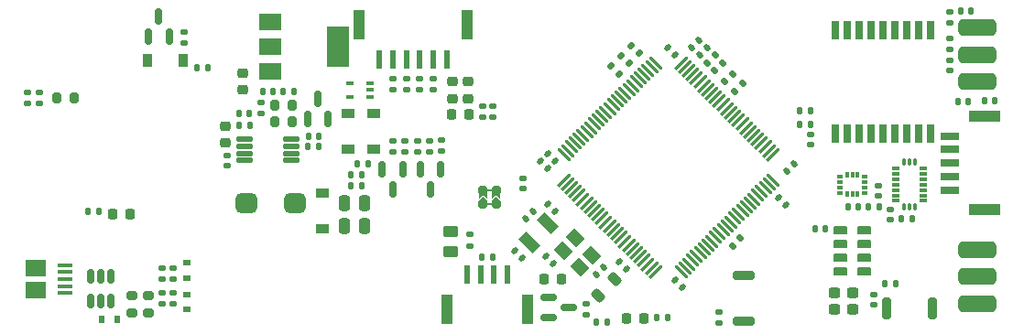
<source format=gbr>
%TF.GenerationSoftware,KiCad,Pcbnew,7.0.7*%
%TF.CreationDate,2023-10-17T20:24:19+11:00*%
%TF.ProjectId,Strelka_Flight_Computer,53747265-6c6b-4615-9f46-6c696768745f,2*%
%TF.SameCoordinates,Original*%
%TF.FileFunction,Paste,Top*%
%TF.FilePolarity,Positive*%
%FSLAX46Y46*%
G04 Gerber Fmt 4.6, Leading zero omitted, Abs format (unit mm)*
G04 Created by KiCad (PCBNEW 7.0.7) date 2023-10-17 20:24:19*
%MOMM*%
%LPD*%
G01*
G04 APERTURE LIST*
G04 Aperture macros list*
%AMRoundRect*
0 Rectangle with rounded corners*
0 $1 Rounding radius*
0 $2 $3 $4 $5 $6 $7 $8 $9 X,Y pos of 4 corners*
0 Add a 4 corners polygon primitive as box body*
4,1,4,$2,$3,$4,$5,$6,$7,$8,$9,$2,$3,0*
0 Add four circle primitives for the rounded corners*
1,1,$1+$1,$2,$3*
1,1,$1+$1,$4,$5*
1,1,$1+$1,$6,$7*
1,1,$1+$1,$8,$9*
0 Add four rect primitives between the rounded corners*
20,1,$1+$1,$2,$3,$4,$5,0*
20,1,$1+$1,$4,$5,$6,$7,0*
20,1,$1+$1,$6,$7,$8,$9,0*
20,1,$1+$1,$8,$9,$2,$3,0*%
%AMRotRect*
0 Rectangle, with rotation*
0 The origin of the aperture is its center*
0 $1 length*
0 $2 width*
0 $3 Rotation angle, in degrees counterclockwise*
0 Add horizontal line*
21,1,$1,$2,0,0,$3*%
G04 Aperture macros list end*
%ADD10C,0.152400*%
%ADD11RoundRect,0.005000X-0.332500X-0.120000X0.332500X-0.120000X0.332500X0.120000X-0.332500X0.120000X0*%
%ADD12RoundRect,0.005000X0.120000X-0.270000X0.120000X0.270000X-0.120000X0.270000X-0.120000X-0.270000X0*%
%ADD13RoundRect,0.135000X-0.226274X-0.035355X-0.035355X-0.226274X0.226274X0.035355X0.035355X0.226274X0*%
%ADD14R,0.700000X1.800000*%
%ADD15R,0.800000X1.800000*%
%ADD16R,1.092200X0.609600*%
%ADD17RoundRect,0.135000X-0.185000X0.135000X-0.185000X-0.135000X0.185000X-0.135000X0.185000X0.135000X0*%
%ADD18RoundRect,0.135000X-0.135000X-0.185000X0.135000X-0.185000X0.135000X0.185000X-0.135000X0.185000X0*%
%ADD19RoundRect,0.135000X0.185000X-0.135000X0.185000X0.135000X-0.185000X0.135000X-0.185000X-0.135000X0*%
%ADD20R,0.600000X1.700000*%
%ADD21R,1.000000X2.700000*%
%ADD22RoundRect,0.200000X0.200000X0.800000X-0.200000X0.800000X-0.200000X-0.800000X0.200000X-0.800000X0*%
%ADD23R,1.200000X0.900000*%
%ADD24RoundRect,0.140000X-0.170000X0.140000X-0.170000X-0.140000X0.170000X-0.140000X0.170000X0.140000X0*%
%ADD25RoundRect,0.200000X-0.200000X-0.275000X0.200000X-0.275000X0.200000X0.275000X-0.200000X0.275000X0*%
%ADD26RotRect,1.400000X1.150000X315.000000*%
%ADD27RoundRect,0.225000X0.250000X-0.225000X0.250000X0.225000X-0.250000X0.225000X-0.250000X-0.225000X0*%
%ADD28RoundRect,0.140000X0.021213X-0.219203X0.219203X-0.021213X-0.021213X0.219203X-0.219203X0.021213X0*%
%ADD29RoundRect,0.135000X-0.035355X0.226274X-0.226274X0.035355X0.035355X-0.226274X0.226274X-0.035355X0*%
%ADD30RoundRect,0.200000X-0.275000X0.200000X-0.275000X-0.200000X0.275000X-0.200000X0.275000X0.200000X0*%
%ADD31RoundRect,0.237500X0.300000X0.237500X-0.300000X0.237500X-0.300000X-0.237500X0.300000X-0.237500X0*%
%ADD32RoundRect,0.250000X-0.250000X-0.475000X0.250000X-0.475000X0.250000X0.475000X-0.250000X0.475000X0*%
%ADD33RoundRect,0.140000X0.219203X0.021213X0.021213X0.219203X-0.219203X-0.021213X-0.021213X-0.219203X0*%
%ADD34RoundRect,0.250000X-0.450000X0.262500X-0.450000X-0.262500X0.450000X-0.262500X0.450000X0.262500X0*%
%ADD35RoundRect,0.147500X0.172500X-0.147500X0.172500X0.147500X-0.172500X0.147500X-0.172500X-0.147500X0*%
%ADD36RoundRect,0.200000X0.200000X0.275000X-0.200000X0.275000X-0.200000X-0.275000X0.200000X-0.275000X0*%
%ADD37RoundRect,0.135000X0.135000X0.185000X-0.135000X0.185000X-0.135000X-0.185000X0.135000X-0.185000X0*%
%ADD38RoundRect,0.140000X-0.140000X-0.170000X0.140000X-0.170000X0.140000X0.170000X-0.140000X0.170000X0*%
%ADD39RoundRect,0.218750X0.218750X0.256250X-0.218750X0.256250X-0.218750X-0.256250X0.218750X-0.256250X0*%
%ADD40RoundRect,0.150000X-0.150000X0.587500X-0.150000X-0.587500X0.150000X-0.587500X0.150000X0.587500X0*%
%ADD41RoundRect,0.140000X0.140000X0.170000X-0.140000X0.170000X-0.140000X-0.170000X0.140000X-0.170000X0*%
%ADD42RoundRect,0.135000X0.035355X-0.226274X0.226274X-0.035355X-0.035355X0.226274X-0.226274X0.035355X0*%
%ADD43RoundRect,0.140000X-0.021213X0.219203X-0.219203X0.021213X0.021213X-0.219203X0.219203X-0.021213X0*%
%ADD44RoundRect,0.218750X0.114905X-0.424264X0.424264X-0.114905X-0.114905X0.424264X-0.424264X0.114905X0*%
%ADD45RoundRect,0.150000X-0.587500X-0.150000X0.587500X-0.150000X0.587500X0.150000X-0.587500X0.150000X0*%
%ADD46RoundRect,0.140000X0.170000X-0.140000X0.170000X0.140000X-0.170000X0.140000X-0.170000X-0.140000X0*%
%ADD47R,0.650000X0.400000*%
%ADD48R,1.803400X0.660400*%
%ADD49R,2.879999X1.092200*%
%ADD50R,0.533400X0.304800*%
%ADD51R,0.304800X0.533400*%
%ADD52RoundRect,0.218750X0.256250X-0.218750X0.256250X0.218750X-0.256250X0.218750X-0.256250X-0.218750X0*%
%ADD53RoundRect,0.225000X0.225000X0.250000X-0.225000X0.250000X-0.225000X-0.250000X0.225000X-0.250000X0*%
%ADD54R,0.900000X1.200000*%
%ADD55RoundRect,0.218750X-0.218750X-0.256250X0.218750X-0.256250X0.218750X0.256250X-0.218750X0.256250X0*%
%ADD56R,2.000000X1.500000*%
%ADD57R,2.000000X3.800000*%
%ADD58RoundRect,0.028800X-0.706200X-0.211200X0.706200X-0.211200X0.706200X0.211200X-0.706200X0.211200X0*%
%ADD59RoundRect,0.050000X-0.350000X-0.050000X0.350000X-0.050000X0.350000X0.050000X-0.350000X0.050000X0*%
%ADD60RoundRect,0.200000X-0.200000X-0.200000X0.200000X-0.200000X0.200000X0.200000X-0.200000X0.200000X0*%
%ADD61R,0.700000X0.600000*%
%ADD62R,1.350000X0.400000*%
%ADD63R,1.900000X1.500000*%
%ADD64RoundRect,0.075000X-0.459619X-0.565685X0.565685X0.459619X0.459619X0.565685X-0.565685X-0.459619X0*%
%ADD65RoundRect,0.075000X0.459619X-0.565685X0.565685X-0.459619X-0.459619X0.565685X-0.565685X0.459619X0*%
%ADD66RoundRect,0.140000X-0.219203X-0.021213X-0.021213X-0.219203X0.219203X0.021213X0.021213X0.219203X0*%
%ADD67RoundRect,0.200000X0.800000X-0.200000X0.800000X0.200000X-0.800000X0.200000X-0.800000X-0.200000X0*%
%ADD68RoundRect,0.150000X0.150000X-0.587500X0.150000X0.587500X-0.150000X0.587500X-0.150000X-0.587500X0*%
%ADD69R,0.600000X0.700000*%
%ADD70RoundRect,0.150000X0.150000X-0.512500X0.150000X0.512500X-0.150000X0.512500X-0.150000X-0.512500X0*%
%ADD71RotRect,1.000000X1.800000X45.000000*%
%ADD72RoundRect,0.218750X-0.256250X0.218750X-0.256250X-0.218750X0.256250X-0.218750X0.256250X0.218750X0*%
%ADD73RoundRect,0.200000X0.275000X-0.200000X0.275000X0.200000X-0.275000X0.200000X-0.275000X-0.200000X0*%
%ADD74RoundRect,0.450000X-0.550000X-0.450000X0.550000X-0.450000X0.550000X0.450000X-0.550000X0.450000X0*%
%ADD75RoundRect,0.381000X1.369000X0.381000X-1.369000X0.381000X-1.369000X-0.381000X1.369000X-0.381000X0*%
G04 APERTURE END LIST*
D10*
%TO.C,U12*%
X173853900Y-68945200D02*
X173853900Y-69554800D01*
X173853900Y-69554800D02*
X174946100Y-69554800D01*
X173853900Y-70195200D02*
X173853900Y-70804800D01*
X173853900Y-70804800D02*
X174946100Y-70804800D01*
X173853900Y-71445200D02*
X173853900Y-72054800D01*
X173853900Y-72054800D02*
X174946100Y-72054800D01*
X173853900Y-72695200D02*
X173853900Y-73304800D01*
X173853900Y-73304800D02*
X174946100Y-73304800D01*
X174946100Y-68945200D02*
X173853900Y-68945200D01*
X174946100Y-69554800D02*
X174946100Y-68945200D01*
X174946100Y-70195200D02*
X173853900Y-70195200D01*
X174946100Y-70804800D02*
X174946100Y-70195200D01*
X174946100Y-71445200D02*
X173853900Y-71445200D01*
X174946100Y-72054800D02*
X174946100Y-71445200D01*
X174946100Y-72695200D02*
X173853900Y-72695200D01*
X174946100Y-73304800D02*
X174946100Y-72695200D01*
X176053900Y-68945200D02*
X176053900Y-69554800D01*
X176053900Y-69554800D02*
X177146100Y-69554800D01*
X176053900Y-70195200D02*
X176053900Y-70804800D01*
X176053900Y-70804800D02*
X177146100Y-70804800D01*
X176053900Y-71445200D02*
X176053900Y-72054800D01*
X176053900Y-72054800D02*
X177146100Y-72054800D01*
X176053900Y-72695200D02*
X176053900Y-73304800D01*
X176053900Y-73304800D02*
X177146100Y-73304800D01*
X177146100Y-68945200D02*
X176053900Y-68945200D01*
X177146100Y-69554800D02*
X177146100Y-68945200D01*
X177146100Y-70195200D02*
X176053900Y-70195200D01*
X177146100Y-70804800D02*
X177146100Y-70195200D01*
X177146100Y-71445200D02*
X176053900Y-71445200D01*
X177146100Y-72054800D02*
X177146100Y-71445200D01*
X177146100Y-72695200D02*
X176053900Y-72695200D01*
X177146100Y-73304800D02*
X177146100Y-72695200D01*
%TO.C,JP4*%
G36*
X141775000Y-66285000D02*
G01*
X141365000Y-65975000D01*
X140975000Y-66285000D01*
X140975000Y-65745000D01*
X141775000Y-65745000D01*
X141775000Y-66285000D01*
G37*
G36*
X141775000Y-66445000D02*
G01*
X141776438Y-66645356D01*
X140976438Y-66645356D01*
X140975000Y-66445000D01*
X141365000Y-66135000D01*
X141775000Y-66445000D01*
G37*
G36*
X142975000Y-66285000D02*
G01*
X142565000Y-65975000D01*
X142175000Y-66285000D01*
X142175000Y-65745000D01*
X142975000Y-65745000D01*
X142975000Y-66285000D01*
G37*
G36*
X142975000Y-66445000D02*
G01*
X142975000Y-66635000D01*
X142175000Y-66635000D01*
X142175000Y-66445000D01*
X142562095Y-66131668D01*
X142975000Y-66445000D01*
G37*
%TD*%
D11*
%TO.C,U11*%
X182025000Y-63500000D03*
X182025000Y-64000000D03*
X182025000Y-64500000D03*
X182025000Y-65000000D03*
X182025000Y-65500000D03*
X182025000Y-66000000D03*
X182025000Y-66500000D03*
D12*
X181262500Y-67050000D03*
X180762500Y-67050000D03*
X180262500Y-67050000D03*
D11*
X179500000Y-66500000D03*
X179500000Y-66000000D03*
X179500000Y-65500000D03*
X179500000Y-65000000D03*
X179500000Y-64500000D03*
X179500000Y-64000000D03*
X179500000Y-63500000D03*
D12*
X180262500Y-62950000D03*
X180762500Y-62950000D03*
X181262500Y-62950000D03*
%TD*%
D13*
%TO.C,R20*%
X154128752Y-53078752D03*
X154850000Y-53800000D03*
%TD*%
D14*
%TO.C,IC2*%
X173900000Y-60250000D03*
D15*
X175000000Y-60250000D03*
X176100000Y-60250000D03*
X177200000Y-60250000D03*
X178300000Y-60250000D03*
X179400000Y-60250000D03*
X180500000Y-60250000D03*
X181600000Y-60250000D03*
D14*
X182700000Y-60250000D03*
X182700000Y-50750000D03*
D15*
X181600000Y-50750000D03*
X180500000Y-50750000D03*
X179400000Y-50750000D03*
X178300000Y-50750000D03*
X177200000Y-50750000D03*
X176100000Y-50750000D03*
X175000000Y-50750000D03*
D14*
X173900000Y-50750000D03*
%TD*%
D16*
%TO.C,U12*%
X174400000Y-69250000D03*
X174400000Y-70500000D03*
X174400000Y-71750000D03*
X174400000Y-73000000D03*
X176600000Y-73000000D03*
X176600000Y-71750000D03*
X176600000Y-70500000D03*
X176600000Y-69250000D03*
%TD*%
D17*
%TO.C,R81*%
X141300000Y-57780000D03*
X141300000Y-58800000D03*
%TD*%
D18*
%TO.C,R13*%
X141240000Y-71675000D03*
X142260000Y-71675000D03*
%TD*%
D19*
%TO.C,R4*%
X134150000Y-61985000D03*
X134150000Y-60965000D03*
%TD*%
D20*
%TO.C,J2*%
X139875000Y-73325000D03*
X141125000Y-73325000D03*
X142375000Y-73325000D03*
X143625000Y-73325000D03*
D21*
X145475000Y-76525000D03*
X138025000Y-76525000D03*
%TD*%
D22*
%TO.C,SW7*%
X182900000Y-76425000D03*
X178700000Y-76425000D03*
%TD*%
D18*
%TO.C,R74*%
X151865000Y-77725000D03*
X152885000Y-77725000D03*
%TD*%
D23*
%TO.C,D14*%
X126500000Y-65750000D03*
X126500000Y-69050000D03*
%TD*%
D24*
%TO.C,C38*%
X171631582Y-60380000D03*
X171631582Y-61340000D03*
%TD*%
D25*
%TO.C,R62*%
X122075000Y-59200000D03*
X123725000Y-59200000D03*
%TD*%
D19*
%TO.C,R17*%
X111725000Y-73760000D03*
X111725000Y-72740000D03*
%TD*%
D26*
%TO.C,Y6*%
X148756497Y-71087868D03*
X150312132Y-72643503D03*
X151443503Y-71512132D03*
X149887868Y-69956497D03*
%TD*%
D27*
%TO.C,C46*%
X117550000Y-61125000D03*
X117550000Y-59575000D03*
%TD*%
D18*
%TO.C,R61*%
X118790000Y-59500000D03*
X119810000Y-59500000D03*
%TD*%
D28*
%TO.C,C68*%
X161410589Y-53039411D03*
X162089411Y-52360589D03*
%TD*%
D29*
%TO.C,R25*%
X165360624Y-55639376D03*
X164639376Y-56360624D03*
%TD*%
D30*
%TO.C,R60*%
X108925000Y-75250000D03*
X108925000Y-76900000D03*
%TD*%
D31*
%TO.C,C10*%
X175562500Y-76525000D03*
X173837500Y-76525000D03*
%TD*%
D32*
%TO.C,C55*%
X128550000Y-66700000D03*
X130450000Y-66700000D03*
%TD*%
D33*
%TO.C,C60*%
X147339411Y-63534411D03*
X146660589Y-62855589D03*
%TD*%
D34*
%TO.C,F1*%
X138400000Y-69362500D03*
X138400000Y-71187500D03*
%TD*%
D18*
%TO.C,R77*%
X104865000Y-67475000D03*
X105885000Y-67475000D03*
%TD*%
D17*
%TO.C,R21*%
X133000000Y-55190000D03*
X133000000Y-56210000D03*
%TD*%
D20*
%TO.C,J4*%
X138032102Y-53408095D03*
X136782102Y-53408095D03*
X135532102Y-53408095D03*
X134282102Y-53408095D03*
X133032102Y-53408095D03*
X131782102Y-53408095D03*
D21*
X139882102Y-50208095D03*
X129932102Y-50208095D03*
%TD*%
D24*
%TO.C,C1*%
X145025000Y-64395000D03*
X145025000Y-65355000D03*
%TD*%
D35*
%TO.C,D10*%
X184500000Y-54485000D03*
X184500000Y-53515000D03*
%TD*%
D29*
%TO.C,R24*%
X164410624Y-54739376D03*
X163689376Y-55460624D03*
%TD*%
D36*
%TO.C,R63*%
X123725000Y-57700000D03*
X122075000Y-57700000D03*
%TD*%
D37*
%TO.C,R2*%
X130745000Y-63075000D03*
X129725000Y-63075000D03*
%TD*%
D38*
%TO.C,C3*%
X175090000Y-67100000D03*
X176050000Y-67100000D03*
%TD*%
D39*
%TO.C,D18*%
X148600000Y-73775000D03*
X147025000Y-73775000D03*
%TD*%
D40*
%TO.C,Q11*%
X137475000Y-63550000D03*
X135575000Y-63550000D03*
X136525000Y-65425000D03*
%TD*%
D33*
%TO.C,C64*%
X147839411Y-72339411D03*
X147160589Y-71660589D03*
%TD*%
%TO.C,C61*%
X148000000Y-67500000D03*
X147321178Y-66821178D03*
%TD*%
D41*
%TO.C,C39*%
X186210000Y-57300000D03*
X185250000Y-57300000D03*
%TD*%
D24*
%TO.C,C47*%
X117700000Y-62320000D03*
X117700000Y-63280000D03*
%TD*%
D17*
%TO.C,R51*%
X136425000Y-60965000D03*
X136425000Y-61985000D03*
%TD*%
D42*
%TO.C,R84*%
X162779376Y-54460624D03*
X163500624Y-53739376D03*
%TD*%
D33*
%TO.C,C54*%
X159139411Y-52969411D03*
X158460589Y-52290589D03*
%TD*%
D43*
%TO.C,C65*%
X152500000Y-72660589D03*
X151821178Y-73339411D03*
%TD*%
D44*
%TO.C,L4*%
X151998699Y-75251301D03*
X153501301Y-73748699D03*
%TD*%
D31*
%TO.C,C11*%
X175562500Y-74975000D03*
X173837500Y-74975000D03*
%TD*%
D45*
%TO.C,Q15*%
X147450000Y-75400000D03*
X147450000Y-77300000D03*
X149325000Y-76350000D03*
%TD*%
D46*
%TO.C,C6*%
X100351582Y-57450000D03*
X100351582Y-56490000D03*
%TD*%
D41*
%TO.C,C30*%
X173010000Y-69125000D03*
X172050000Y-69125000D03*
%TD*%
D17*
%TO.C,R10*%
X133050000Y-60965000D03*
X133050000Y-61985000D03*
%TD*%
D28*
%TO.C,C50*%
X169485589Y-63739411D03*
X170164411Y-63060589D03*
%TD*%
D47*
%TO.C,D6*%
X130950000Y-56900000D03*
X130950000Y-56250000D03*
X130950000Y-55600000D03*
X129050000Y-55600000D03*
X129050000Y-56900000D03*
%TD*%
D48*
%TO.C,J8*%
X184500000Y-65500000D03*
X184500000Y-64250000D03*
X184500000Y-63000000D03*
X184500000Y-61750000D03*
X184500000Y-60500000D03*
D49*
X187700001Y-67350001D03*
X187700001Y-58649999D03*
%TD*%
D38*
%TO.C,C28*%
X180045000Y-68175000D03*
X181005000Y-68175000D03*
%TD*%
D13*
%TO.C,R35*%
X153189376Y-54039376D03*
X153910624Y-54760624D03*
%TD*%
D33*
%TO.C,C66*%
X154589411Y-72839411D03*
X153910589Y-72160589D03*
%TD*%
D17*
%TO.C,R18*%
X135500000Y-55190000D03*
X135500000Y-56210000D03*
%TD*%
%TO.C,R19*%
X134300000Y-55190000D03*
X134300000Y-56210000D03*
%TD*%
D19*
%TO.C,R6*%
X137500000Y-61860000D03*
X137500000Y-60840000D03*
%TD*%
D23*
%TO.C,D4*%
X131300000Y-61750000D03*
X131300000Y-58450000D03*
%TD*%
D33*
%TO.C,C53*%
X159789411Y-74494411D03*
X159110589Y-73815589D03*
%TD*%
D38*
%TO.C,C4*%
X177020000Y-67100000D03*
X177980000Y-67100000D03*
%TD*%
D19*
%TO.C,R76*%
X150875000Y-77045000D03*
X150875000Y-76025000D03*
%TD*%
D50*
%TO.C,U1*%
X174369700Y-64249811D03*
X174369700Y-64749937D03*
X174369700Y-65250063D03*
X174369700Y-65750189D03*
D51*
X174999874Y-65883300D03*
X175500000Y-65883300D03*
X176000126Y-65883300D03*
D50*
X176630300Y-65750189D03*
X176630300Y-65250063D03*
X176630300Y-64749937D03*
X176630300Y-64249811D03*
D51*
X176000126Y-64116700D03*
X175500000Y-64116700D03*
X174999874Y-64116700D03*
%TD*%
D23*
%TO.C,D2*%
X128900000Y-58450000D03*
X128900000Y-61750000D03*
%TD*%
D52*
%TO.C,D20*%
X119140000Y-56260000D03*
X119140000Y-54685000D03*
%TD*%
D53*
%TO.C,C26*%
X140025000Y-58500000D03*
X138475000Y-58500000D03*
%TD*%
D54*
%TO.C,D1*%
X113650000Y-53500000D03*
X110350000Y-53500000D03*
%TD*%
D55*
%TO.C,D19*%
X107137500Y-67750000D03*
X108712500Y-67750000D03*
%TD*%
D56*
%TO.C,U3*%
X121700000Y-49950000D03*
X121700000Y-52250000D03*
D57*
X128000000Y-52250000D03*
D56*
X121700000Y-54550000D03*
%TD*%
D58*
%TO.C,U16*%
X119350000Y-60825000D03*
X119350000Y-61475000D03*
X119350000Y-62125000D03*
X119350000Y-62775000D03*
X123650000Y-62775000D03*
X123650000Y-62125000D03*
X123650000Y-61475000D03*
X123650000Y-60825000D03*
%TD*%
D17*
%TO.C,R80*%
X142300000Y-57775000D03*
X142300000Y-58795000D03*
%TD*%
D18*
%TO.C,R78*%
X114880000Y-54180000D03*
X115900000Y-54180000D03*
%TD*%
D17*
%TO.C,R55*%
X184500000Y-48990000D03*
X184500000Y-50010000D03*
%TD*%
D59*
%TO.C,JP4*%
X141975000Y-65575000D03*
X141975000Y-66775000D03*
D60*
X141375000Y-65575000D03*
X142575000Y-66775000D03*
X141375000Y-66775000D03*
X142575000Y-65575000D03*
%TD*%
D24*
%TO.C,C5*%
X120875000Y-57445000D03*
X120875000Y-58405000D03*
%TD*%
D17*
%TO.C,R7*%
X99291582Y-56460000D03*
X99291582Y-57480000D03*
%TD*%
D42*
%TO.C,R56*%
X164440958Y-70660624D03*
X165162206Y-69939376D03*
%TD*%
D36*
%TO.C,R9*%
X103576582Y-56970000D03*
X101926582Y-56970000D03*
%TD*%
D38*
%TO.C,C51*%
X118820000Y-58400000D03*
X119780000Y-58400000D03*
%TD*%
D61*
%TO.C,D3*%
X114000000Y-75150000D03*
X114000000Y-76550000D03*
%TD*%
D18*
%TO.C,R5*%
X129150000Y-65150000D03*
X130170000Y-65150000D03*
%TD*%
D62*
%TO.C,J6*%
X102750000Y-72450000D03*
X102750000Y-73100000D03*
X102750000Y-73750000D03*
X102750000Y-74400000D03*
X102750000Y-75050000D03*
D63*
X100050000Y-72750000D03*
X100050000Y-74750000D03*
%TD*%
D37*
%TO.C,R31*%
X130160000Y-64100000D03*
X129140000Y-64100000D03*
%TD*%
D27*
%TO.C,C27*%
X140000000Y-57050000D03*
X140000000Y-55500000D03*
%TD*%
D64*
%TO.C,U6*%
X148830315Y-64580099D03*
X149183868Y-64933652D03*
X149537422Y-65287206D03*
X149890975Y-65640759D03*
X150244528Y-65994312D03*
X150598082Y-66347866D03*
X150951635Y-66701419D03*
X151305189Y-67054973D03*
X151658742Y-67408526D03*
X152012295Y-67762079D03*
X152365849Y-68115633D03*
X152719402Y-68469186D03*
X153072955Y-68822740D03*
X153426509Y-69176293D03*
X153780062Y-69529846D03*
X154133616Y-69883400D03*
X154487169Y-70236953D03*
X154840722Y-70590506D03*
X155194276Y-70944060D03*
X155547829Y-71297613D03*
X155901383Y-71651167D03*
X156254936Y-72004720D03*
X156608489Y-72358273D03*
X156962043Y-72711827D03*
X157315596Y-73065380D03*
D65*
X159684404Y-73065380D03*
X160037957Y-72711827D03*
X160391511Y-72358273D03*
X160745064Y-72004720D03*
X161098617Y-71651167D03*
X161452171Y-71297613D03*
X161805724Y-70944060D03*
X162159278Y-70590506D03*
X162512831Y-70236953D03*
X162866384Y-69883400D03*
X163219938Y-69529846D03*
X163573491Y-69176293D03*
X163927045Y-68822740D03*
X164280598Y-68469186D03*
X164634151Y-68115633D03*
X164987705Y-67762079D03*
X165341258Y-67408526D03*
X165694811Y-67054973D03*
X166048365Y-66701419D03*
X166401918Y-66347866D03*
X166755472Y-65994312D03*
X167109025Y-65640759D03*
X167462578Y-65287206D03*
X167816132Y-64933652D03*
X168169685Y-64580099D03*
D64*
X168169685Y-62211291D03*
X167816132Y-61857738D03*
X167462578Y-61504184D03*
X167109025Y-61150631D03*
X166755472Y-60797078D03*
X166401918Y-60443524D03*
X166048365Y-60089971D03*
X165694811Y-59736417D03*
X165341258Y-59382864D03*
X164987705Y-59029311D03*
X164634151Y-58675757D03*
X164280598Y-58322204D03*
X163927045Y-57968650D03*
X163573491Y-57615097D03*
X163219938Y-57261544D03*
X162866384Y-56907990D03*
X162512831Y-56554437D03*
X162159278Y-56200884D03*
X161805724Y-55847330D03*
X161452171Y-55493777D03*
X161098617Y-55140223D03*
X160745064Y-54786670D03*
X160391511Y-54433117D03*
X160037957Y-54079563D03*
X159684404Y-53726010D03*
D65*
X157315596Y-53726010D03*
X156962043Y-54079563D03*
X156608489Y-54433117D03*
X156254936Y-54786670D03*
X155901383Y-55140223D03*
X155547829Y-55493777D03*
X155194276Y-55847330D03*
X154840722Y-56200884D03*
X154487169Y-56554437D03*
X154133616Y-56907990D03*
X153780062Y-57261544D03*
X153426509Y-57615097D03*
X153072955Y-57968650D03*
X152719402Y-58322204D03*
X152365849Y-58675757D03*
X152012295Y-59029311D03*
X151658742Y-59382864D03*
X151305189Y-59736417D03*
X150951635Y-60089971D03*
X150598082Y-60443524D03*
X150244528Y-60797078D03*
X149890975Y-61150631D03*
X149537422Y-61504184D03*
X149183868Y-61857738D03*
X148830315Y-62211291D03*
%TD*%
D19*
%TO.C,R15*%
X112750000Y-73760000D03*
X112750000Y-72740000D03*
%TD*%
D66*
%TO.C,C67*%
X168710589Y-66210589D03*
X169389411Y-66889411D03*
%TD*%
D42*
%TO.C,R22*%
X162089376Y-53760624D03*
X162810624Y-53039376D03*
%TD*%
D67*
%TO.C,SW6*%
X165500000Y-77625000D03*
X165500000Y-73425000D03*
%TD*%
D17*
%TO.C,R65*%
X136800000Y-55190000D03*
X136800000Y-56210000D03*
%TD*%
D33*
%TO.C,C52*%
X148064411Y-62809411D03*
X147385589Y-62130589D03*
%TD*%
D13*
%TO.C,R23*%
X155089376Y-52139376D03*
X155810624Y-52860624D03*
%TD*%
D43*
%TO.C,C62*%
X146000000Y-67500000D03*
X145321178Y-68178822D03*
%TD*%
D17*
%TO.C,R11*%
X135300000Y-60965000D03*
X135300000Y-61985000D03*
%TD*%
D24*
%TO.C,C49*%
X177525000Y-75145000D03*
X177525000Y-76105000D03*
%TD*%
D68*
%TO.C,Q1*%
X110450000Y-51337500D03*
X112350000Y-51337500D03*
X111400000Y-49462500D03*
%TD*%
D38*
%TO.C,C48*%
X125220000Y-60500000D03*
X126180000Y-60500000D03*
%TD*%
%TO.C,C40*%
X187740000Y-57275000D03*
X188700000Y-57275000D03*
%TD*%
D69*
%TO.C,D13*%
X107525000Y-77500000D03*
X106125000Y-77500000D03*
%TD*%
D17*
%TO.C,R14*%
X112750000Y-75015000D03*
X112750000Y-76035000D03*
%TD*%
D70*
%TO.C,U8*%
X105100000Y-75787500D03*
X106050000Y-75787500D03*
X107000000Y-75787500D03*
X107000000Y-73512500D03*
X106050000Y-73512500D03*
X105100000Y-73512500D03*
%TD*%
D18*
%TO.C,R8*%
X125200000Y-61500000D03*
X126220000Y-61500000D03*
%TD*%
D17*
%TO.C,R16*%
X111725000Y-75015000D03*
X111725000Y-76035000D03*
%TD*%
D71*
%TO.C,Y5*%
X147383883Y-68616117D03*
X145616117Y-70383883D03*
%TD*%
D37*
%TO.C,R57*%
X158460000Y-77325000D03*
X157440000Y-77325000D03*
%TD*%
D61*
%TO.C,D5*%
X114000000Y-73625000D03*
X114000000Y-72225000D03*
%TD*%
D68*
%TO.C,Q2*%
X125150000Y-58937500D03*
X127050000Y-58937500D03*
X126100000Y-57062500D03*
%TD*%
D72*
%TO.C,FB2*%
X138500000Y-55500000D03*
X138500000Y-57075000D03*
%TD*%
D24*
%TO.C,C29*%
X179050000Y-67270000D03*
X179050000Y-68230000D03*
%TD*%
D73*
%TO.C,R59*%
X110450000Y-76900000D03*
X110450000Y-75250000D03*
%TD*%
D74*
%TO.C,L2*%
X119450000Y-66700000D03*
X123950000Y-66700000D03*
%TD*%
D46*
%TO.C,C2*%
X177900000Y-66080000D03*
X177900000Y-65120000D03*
%TD*%
D32*
%TO.C,C56*%
X128550000Y-68800000D03*
X130450000Y-68800000D03*
%TD*%
D17*
%TO.C,R12*%
X140150000Y-69640000D03*
X140150000Y-70660000D03*
%TD*%
D19*
%TO.C,FB3*%
X184500000Y-52510000D03*
X184500000Y-51490000D03*
%TD*%
D75*
%TO.C,AE2*%
X187028000Y-53000000D03*
X187028000Y-55500000D03*
X187028000Y-50500000D03*
%TD*%
D55*
%TO.C,D12*%
X154662500Y-77350000D03*
X156237500Y-77350000D03*
%TD*%
D28*
%TO.C,C31*%
X160610589Y-52289411D03*
X161289411Y-51610589D03*
%TD*%
D19*
%TO.C,R3*%
X113700000Y-51910000D03*
X113700000Y-50890000D03*
%TD*%
D37*
%TO.C,R86*%
X171660000Y-58200000D03*
X170640000Y-58200000D03*
%TD*%
%TO.C,R87*%
X171660000Y-59400000D03*
X170640000Y-59400000D03*
%TD*%
D75*
%TO.C,AE1*%
X187028000Y-73500000D03*
X187028000Y-76000000D03*
X187028000Y-71000000D03*
%TD*%
D41*
%TO.C,C8*%
X121980000Y-56400000D03*
X121020000Y-56400000D03*
%TD*%
D33*
%TO.C,C63*%
X145000000Y-71839411D03*
X144321178Y-71160589D03*
%TD*%
D18*
%TO.C,R79*%
X178465000Y-74150000D03*
X179485000Y-74150000D03*
%TD*%
D38*
%TO.C,C37*%
X185500000Y-48950000D03*
X186460000Y-48950000D03*
%TD*%
D40*
%TO.C,Q6*%
X133950000Y-63550000D03*
X132050000Y-63550000D03*
X133000000Y-65425000D03*
%TD*%
D17*
%TO.C,R75*%
X163200000Y-76800000D03*
X163200000Y-77820000D03*
%TD*%
D38*
%TO.C,C7*%
X122920000Y-56400000D03*
X123880000Y-56400000D03*
%TD*%
M02*

</source>
